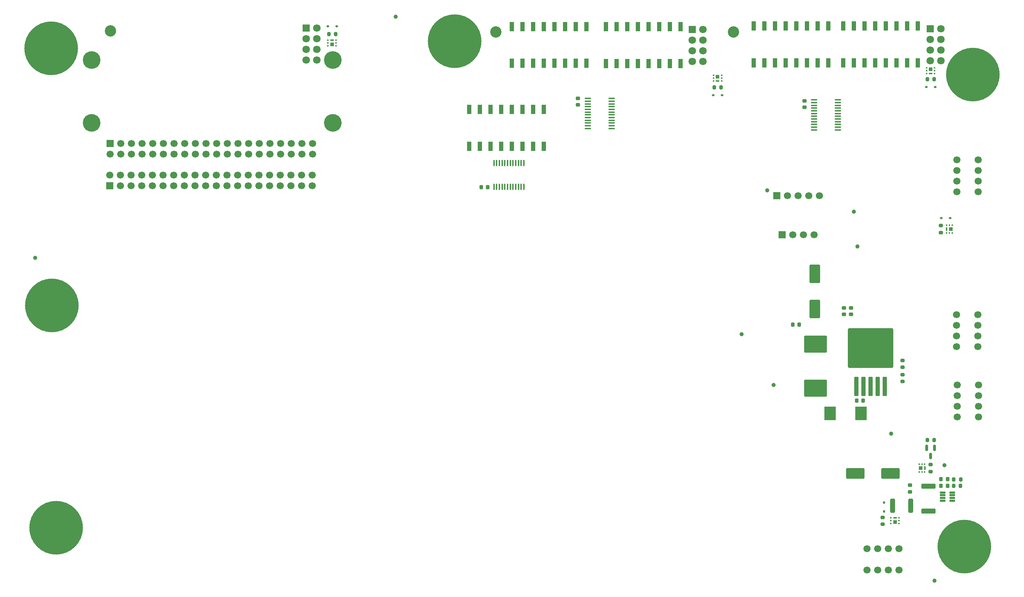
<source format=gbr>
%TF.GenerationSoftware,KiCad,Pcbnew,9.0.2*%
%TF.CreationDate,2025-09-02T22:06:01-05:00*%
%TF.ProjectId,MothBox,4d6f7468-426f-4782-9e6b-696361645f70,5.0.1*%
%TF.SameCoordinates,Original*%
%TF.FileFunction,Soldermask,Bot*%
%TF.FilePolarity,Negative*%
%FSLAX46Y46*%
G04 Gerber Fmt 4.6, Leading zero omitted, Abs format (unit mm)*
G04 Created by KiCad (PCBNEW 9.0.2) date 2025-09-02 22:06:01*
%MOMM*%
%LPD*%
G01*
G04 APERTURE LIST*
G04 Aperture macros list*
%AMRoundRect*
0 Rectangle with rounded corners*
0 $1 Rounding radius*
0 $2 $3 $4 $5 $6 $7 $8 $9 X,Y pos of 4 corners*
0 Add a 4 corners polygon primitive as box body*
4,1,4,$2,$3,$4,$5,$6,$7,$8,$9,$2,$3,0*
0 Add four circle primitives for the rounded corners*
1,1,$1+$1,$2,$3*
1,1,$1+$1,$4,$5*
1,1,$1+$1,$6,$7*
1,1,$1+$1,$8,$9*
0 Add four rect primitives between the rounded corners*
20,1,$1+$1,$2,$3,$4,$5,0*
20,1,$1+$1,$4,$5,$6,$7,0*
20,1,$1+$1,$6,$7,$8,$9,0*
20,1,$1+$1,$8,$9,$2,$3,0*%
G04 Aperture macros list end*
%ADD10C,1.800000*%
%ADD11R,1.800000X1.780000*%
%ADD12C,2.700000*%
%ADD13R,1.700000X1.700000*%
%ADD14C,1.700000*%
%ADD15C,1.000000*%
%ADD16C,12.800000*%
%ADD17RoundRect,0.225000X-0.225000X-0.250000X0.225000X-0.250000X0.225000X0.250000X-0.225000X0.250000X0*%
%ADD18R,0.400000X0.450000*%
%ADD19R,0.400000X0.910000*%
%ADD20R,0.810000X0.910000*%
%ADD21RoundRect,0.225000X0.250000X-0.225000X0.250000X0.225000X-0.250000X0.225000X-0.250000X-0.225000X0*%
%ADD22R,0.450000X0.400000*%
%ADD23R,0.910000X0.400000*%
%ADD24R,0.910000X0.810000*%
%ADD25R,1.100000X2.200000*%
%ADD26RoundRect,0.200000X-0.200000X-0.275000X0.200000X-0.275000X0.200000X0.275000X-0.200000X0.275000X0*%
%ADD27RoundRect,0.225000X0.225000X0.250000X-0.225000X0.250000X-0.225000X-0.250000X0.225000X-0.250000X0*%
%ADD28RoundRect,0.200000X0.275000X-0.200000X0.275000X0.200000X-0.275000X0.200000X-0.275000X-0.200000X0*%
%ADD29RoundRect,0.200000X-0.275000X0.200000X-0.275000X-0.200000X0.275000X-0.200000X0.275000X0.200000X0*%
%ADD30RoundRect,0.250000X1.000000X-1.950000X1.000000X1.950000X-1.000000X1.950000X-1.000000X-1.950000X0*%
%ADD31RoundRect,0.125000X-0.537500X-0.125000X0.537500X-0.125000X0.537500X0.125000X-0.537500X0.125000X0*%
%ADD32RoundRect,0.200000X0.200000X0.275000X-0.200000X0.275000X-0.200000X-0.275000X0.200000X-0.275000X0*%
%ADD33RoundRect,0.112500X0.187500X0.112500X-0.187500X0.112500X-0.187500X-0.112500X0.187500X-0.112500X0*%
%ADD34RoundRect,0.225000X-0.250000X0.225000X-0.250000X-0.225000X0.250000X-0.225000X0.250000X0.225000X0*%
%ADD35RoundRect,0.100000X-0.100000X0.637500X-0.100000X-0.637500X0.100000X-0.637500X0.100000X0.637500X0*%
%ADD36RoundRect,0.112500X-0.187500X-0.112500X0.187500X-0.112500X0.187500X0.112500X-0.187500X0.112500X0*%
%ADD37RoundRect,0.250000X-1.425000X0.362500X-1.425000X-0.362500X1.425000X-0.362500X1.425000X0.362500X0*%
%ADD38RoundRect,0.250000X0.300000X-2.050000X0.300000X2.050000X-0.300000X2.050000X-0.300000X-2.050000X0*%
%ADD39RoundRect,0.250002X5.149998X-4.449998X5.149998X4.449998X-5.149998X4.449998X-5.149998X-4.449998X0*%
%ADD40RoundRect,0.250000X1.950000X1.000000X-1.950000X1.000000X-1.950000X-1.000000X1.950000X-1.000000X0*%
%ADD41C,4.204000*%
%ADD42RoundRect,0.250000X2.500000X-1.750000X2.500000X1.750000X-2.500000X1.750000X-2.500000X-1.750000X0*%
%ADD43RoundRect,0.100000X0.637500X0.100000X-0.637500X0.100000X-0.637500X-0.100000X0.637500X-0.100000X0*%
%ADD44RoundRect,0.250000X-0.312500X-1.450000X0.312500X-1.450000X0.312500X1.450000X-0.312500X1.450000X0*%
%ADD45R,2.700000X3.300000*%
%ADD46RoundRect,0.150000X-0.150000X0.587500X-0.150000X-0.587500X0.150000X-0.587500X0.150000X0.587500X0*%
%ADD47RoundRect,0.112500X-0.112500X0.187500X-0.112500X-0.187500X0.112500X-0.187500X0.112500X0.187500X0*%
G04 APERTURE END LIST*
D10*
%TO.C,H10*%
X90652741Y23341259D03*
X88112741Y23341259D03*
X90652741Y25881259D03*
X88112741Y25881259D03*
X90652741Y28421259D03*
X88112741Y28421259D03*
X90652741Y30961259D03*
D11*
X88112741Y30961259D03*
%TD*%
D12*
%TO.C,H11*%
X97950000Y30434329D03*
%TD*%
%TO.C,H12*%
X41312246Y30390888D03*
%TD*%
D10*
%TO.C,H9*%
X-1328653Y23708822D03*
X-3868653Y23708822D03*
X-1328653Y26248822D03*
X-3868653Y26248822D03*
X-1328653Y28788822D03*
X-3868653Y28788822D03*
X-1328653Y31328822D03*
D11*
X-3868653Y31328822D03*
%TD*%
D12*
%TO.C,H13*%
X-50491416Y30695323D03*
%TD*%
D11*
%TO.C,H8*%
X144905704Y31194664D03*
D10*
X147445704Y31194664D03*
X144905704Y28654664D03*
X147445704Y28654664D03*
X144905704Y26114664D03*
X147445704Y26114664D03*
X144905704Y23574664D03*
X147445704Y23574664D03*
%TD*%
D13*
%TO.C,U5*%
X-50718039Y-6264401D03*
D14*
X-50718039Y-3724401D03*
X-48178039Y-6264401D03*
X-48178039Y-3724401D03*
X-45638040Y-6264401D03*
X-45638039Y-3724401D03*
X-43098039Y-6264401D03*
X-43098039Y-3724401D03*
X-40558039Y-6264401D03*
X-40558039Y-3724401D03*
X-38018039Y-6264401D03*
X-38018039Y-3724401D03*
X-35478039Y-6264401D03*
X-35478039Y-3724401D03*
X-32938038Y-6264401D03*
X-32938039Y-3724401D03*
X-30398039Y-6264401D03*
X-30398039Y-3724401D03*
X-27858039Y-6264401D03*
X-27858039Y-3724401D03*
X-25318039Y-6264401D03*
X-25318039Y-3724401D03*
X-22778040Y-6264401D03*
X-22778039Y-3724401D03*
X-20238039Y-6264401D03*
X-20238039Y-3724401D03*
X-17698039Y-6264401D03*
X-17698039Y-3724401D03*
X-15158039Y-6264401D03*
X-15158039Y-3724401D03*
X-12618040Y-6264401D03*
X-12618039Y-3724401D03*
X-10078038Y-6264401D03*
X-10078039Y-3724401D03*
X-7538039Y-6264401D03*
X-7538039Y-3724401D03*
X-4998039Y-6264401D03*
X-4998039Y-3724401D03*
X-2458039Y-6264401D03*
X-2458039Y-3724401D03*
%TD*%
D15*
%TO.C,TP9*%
X-68464146Y-23412198D03*
%TD*%
D16*
%TO.C,H3*%
X31500000Y28234329D03*
%TD*%
D15*
%TO.C,TP4*%
X106050000Y-7315671D03*
%TD*%
D16*
%TO.C,H6*%
X-63500000Y-87765671D03*
%TD*%
D15*
%TO.C,TP6*%
X127553023Y-20717506D03*
%TD*%
D16*
%TO.C,H7*%
X153000000Y-92265671D03*
%TD*%
D15*
%TO.C,TP3*%
X126650000Y-12465671D03*
%TD*%
D16*
%TO.C,H4*%
X-64650000Y26484329D03*
%TD*%
D15*
%TO.C,TP2*%
X148255896Y-72855265D03*
%TD*%
D16*
%TO.C,H5*%
X-64500000Y-34765671D03*
%TD*%
D15*
%TO.C,TP8*%
X17493355Y34028628D03*
%TD*%
%TO.C,TP7*%
X99936231Y-41660628D03*
%TD*%
D16*
%TO.C,H2*%
X155000000Y20234329D03*
%TD*%
D15*
%TO.C,TP10*%
X145900974Y-100408922D03*
%TD*%
%TO.C,TP5*%
X135601460Y-65346231D03*
%TD*%
D17*
%TO.C,C3*%
X127357488Y-57502279D03*
X128907488Y-57502279D03*
%TD*%
D18*
%TO.C,Q8*%
X142247388Y-72618816D03*
X142907388Y-72618816D03*
X143557388Y-72618816D03*
X143557388Y-74518816D03*
X142907388Y-74518816D03*
X142247388Y-74518816D03*
D19*
X143607388Y-73568816D03*
D20*
X142577388Y-73568816D03*
%TD*%
D14*
%TO.C,J4*%
X156346928Y-87434D03*
X151266928Y-87434D03*
X156346928Y-2627434D03*
X151266928Y-2627434D03*
X156346928Y-5167434D03*
X151266928Y-5167434D03*
X156346928Y-7707434D03*
X151266928Y-7707434D03*
%TD*%
D21*
%TO.C,C7*%
X60878043Y13039262D03*
X60878043Y14589262D03*
%TD*%
D22*
%TO.C,Q5*%
X145935345Y21845836D03*
X145935345Y21185837D03*
X145935345Y20535836D03*
X144035345Y20535836D03*
X144035345Y21185837D03*
X144035345Y21845836D03*
D23*
X144985345Y20485835D03*
D24*
X144985345Y21515835D03*
%TD*%
D25*
%TO.C,U10*%
X67620269Y31661347D03*
X70160269Y31661347D03*
X72700269Y31661347D03*
X75240269Y31661347D03*
X77780269Y31661347D03*
X80320269Y31661347D03*
X82860269Y31661347D03*
X85400269Y31661347D03*
X85400269Y22861347D03*
X82860269Y22861347D03*
X80320269Y22861347D03*
X77780269Y22861347D03*
X75240269Y22861347D03*
X72700269Y22861347D03*
X70160269Y22861347D03*
X67620269Y22861347D03*
%TD*%
D17*
%TO.C,C8*%
X147436785Y-76230587D03*
X148986785Y-76230587D03*
%TD*%
D26*
%TO.C,R1*%
X144172236Y-66907640D03*
X145822236Y-66907640D03*
%TD*%
D13*
%TO.C,U7*%
X-50630000Y3786829D03*
D14*
X-50630000Y1246829D03*
X-48090000Y3786829D03*
X-48090000Y1246829D03*
X-45550000Y3786829D03*
X-45550000Y1246829D03*
X-43010000Y3786829D03*
X-43010000Y1246829D03*
X-40470000Y3786829D03*
X-40470000Y1246829D03*
X-37930000Y3786829D03*
X-37930000Y1246829D03*
X-35390000Y3786829D03*
X-35390000Y1246829D03*
X-32850000Y3786829D03*
X-32850000Y1246829D03*
X-30310000Y3786829D03*
X-30310000Y1246829D03*
X-27770000Y3786829D03*
X-27770000Y1246829D03*
X-25230000Y3786829D03*
X-25230000Y1246829D03*
X-22690000Y3786829D03*
X-22690000Y1246829D03*
X-20150000Y3786829D03*
X-20150000Y1246829D03*
X-17610000Y3786829D03*
X-17610000Y1246829D03*
X-15070000Y3786829D03*
X-15070000Y1246829D03*
X-12530000Y3786829D03*
X-12530000Y1246829D03*
X-9990000Y3786829D03*
X-9990000Y1246829D03*
X-7450000Y3786829D03*
X-7450000Y1246829D03*
X-4910000Y3786829D03*
X-4910000Y1246829D03*
X-2370000Y3786829D03*
X-2370000Y1246829D03*
%TD*%
D25*
%TO.C,U11*%
X45114196Y31717094D03*
X47654196Y31717094D03*
X50194196Y31717094D03*
X52734196Y31717094D03*
X55274196Y31717094D03*
X57814196Y31717094D03*
X60354196Y31717094D03*
X62894196Y31717094D03*
X62894196Y22917094D03*
X60354196Y22917094D03*
X57814196Y22917094D03*
X55274196Y22917094D03*
X52734196Y22917094D03*
X50194196Y22917094D03*
X47654196Y22917094D03*
X45114196Y22917094D03*
%TD*%
D27*
%TO.C,C5*%
X113669692Y-39385151D03*
X112119692Y-39385151D03*
%TD*%
D28*
%TO.C,R30*%
X144990804Y-74407782D03*
X144990804Y-72757782D03*
%TD*%
D14*
%TO.C,J3*%
X156365063Y-53772549D03*
X151285063Y-53772549D03*
X156365063Y-56312549D03*
X151285063Y-56312549D03*
X156365063Y-58852549D03*
X151285063Y-58852549D03*
X156365063Y-61392549D03*
X151285063Y-61392549D03*
%TD*%
D29*
%TO.C,R3*%
X138281560Y-51278023D03*
X138281560Y-52928023D03*
%TD*%
D30*
%TO.C,C4*%
X117376024Y-35669855D03*
X117376024Y-27269857D03*
%TD*%
D31*
%TO.C,U3*%
X147849285Y-81334964D03*
X147849285Y-80684964D03*
X147849285Y-80034964D03*
X147849285Y-79384964D03*
X150124285Y-79384964D03*
X150124285Y-80034964D03*
X150124285Y-80684964D03*
X150124285Y-81334964D03*
%TD*%
D25*
%TO.C,U13*%
X124149407Y31827904D03*
X126689407Y31827904D03*
X129229407Y31827904D03*
X131769407Y31827904D03*
X134309407Y31827904D03*
X136849407Y31827904D03*
X139389407Y31827904D03*
X141929407Y31827904D03*
X141929407Y23027904D03*
X139389407Y23027904D03*
X136849407Y23027904D03*
X134309407Y23027904D03*
X131769407Y23027904D03*
X129229407Y23027904D03*
X126689407Y23027904D03*
X124149407Y23027904D03*
%TD*%
D22*
%TO.C,Q6*%
X1316975Y27136442D03*
X1316975Y27796441D03*
X1316975Y28446442D03*
X3216975Y28446442D03*
X3216975Y27796441D03*
X3216975Y27136442D03*
D23*
X2266975Y28496443D03*
D24*
X2266975Y27466443D03*
%TD*%
D14*
%TO.C,U8*%
X118449183Y-8635751D03*
X115909183Y-8635751D03*
X113369183Y-8635751D03*
X110829183Y-8635751D03*
D13*
X108289183Y-8635751D03*
%TD*%
D25*
%TO.C,U12*%
X34960000Y11934329D03*
X37500000Y11934329D03*
X40040000Y11934329D03*
X42580000Y11934329D03*
X45120000Y11934329D03*
X47660000Y11934329D03*
X50200000Y11934329D03*
X52740000Y11934329D03*
X52740000Y3134329D03*
X50200000Y3134329D03*
X47660000Y3134329D03*
X45120000Y3134329D03*
X42580000Y3134329D03*
X40040000Y3134329D03*
X37500000Y3134329D03*
X34960000Y3134329D03*
%TD*%
D32*
%TO.C,R6*%
X152148549Y-76252891D03*
X150498549Y-76252891D03*
%TD*%
D17*
%TO.C,C6*%
X147452793Y-77824792D03*
X149002793Y-77824792D03*
%TD*%
D22*
%TO.C,Q1*%
X135507039Y-86744580D03*
X135507039Y-86084581D03*
X135507039Y-85434580D03*
X137407039Y-85434580D03*
X137407039Y-86084581D03*
X137407039Y-86744580D03*
D23*
X136457039Y-85384579D03*
D24*
X136457039Y-86414579D03*
%TD*%
D33*
%TO.C,D2*%
X95290631Y15315408D03*
X93190631Y15315408D03*
%TD*%
D17*
%TO.C,C12*%
X37825000Y-6565671D03*
X39375000Y-6565671D03*
%TD*%
D28*
%TO.C,R19*%
X147451743Y-17402589D03*
X147451743Y-15752589D03*
%TD*%
D26*
%TO.C,R31*%
X1502486Y29887631D03*
X3152486Y29887631D03*
%TD*%
D34*
%TO.C,C2*%
X140089962Y-77656207D03*
X140089962Y-79206207D03*
%TD*%
D14*
%TO.C,J2*%
X137399926Y-97842457D03*
X137399926Y-92762457D03*
X134859926Y-97842457D03*
X134859926Y-92762457D03*
X132319926Y-97842457D03*
X132319926Y-92762457D03*
X129779926Y-97842457D03*
X129779926Y-92762457D03*
%TD*%
D35*
%TO.C,U9*%
X40875000Y-803171D03*
X41525000Y-803171D03*
X42175000Y-803171D03*
X42825000Y-803171D03*
X43475000Y-803171D03*
X44125000Y-803171D03*
X44775000Y-803171D03*
X45425000Y-803171D03*
X46075000Y-803171D03*
X46725000Y-803171D03*
X47375000Y-803171D03*
X48025000Y-803171D03*
X48025000Y-6528171D03*
X47375000Y-6528171D03*
X46725000Y-6528171D03*
X46075000Y-6528171D03*
X45425000Y-6528171D03*
X44775000Y-6528171D03*
X44125000Y-6528171D03*
X43475000Y-6528171D03*
X42825000Y-6528171D03*
X42175000Y-6528171D03*
X41525000Y-6528171D03*
X40875000Y-6528171D03*
%TD*%
D32*
%TO.C,R5*%
X152113358Y-77836522D03*
X150463358Y-77836522D03*
%TD*%
D36*
%TO.C,D7*%
X1271999Y31795411D03*
X3371999Y31795411D03*
%TD*%
D37*
%TO.C,R4*%
X144486785Y-77897464D03*
X144486785Y-83822464D03*
%TD*%
D38*
%TO.C,U2*%
X134068823Y-54096765D03*
X132368823Y-54096764D03*
X130668823Y-54096765D03*
D39*
X130668823Y-44946765D03*
D38*
X128968823Y-54096764D03*
X127268823Y-54096765D03*
%TD*%
D25*
%TO.C,U14*%
X102791331Y31808325D03*
X105331331Y31808325D03*
X107871331Y31808325D03*
X110411331Y31808325D03*
X112951331Y31808325D03*
X115491331Y31808325D03*
X118031331Y31808325D03*
X120571331Y31808325D03*
X120571331Y23008325D03*
X118031331Y23008325D03*
X115491331Y23008325D03*
X112951331Y23008325D03*
X110411331Y23008325D03*
X107871331Y23008325D03*
X105331331Y23008325D03*
X102791331Y23008325D03*
%TD*%
D21*
%TO.C,C9*%
X114900894Y12436737D03*
X114900894Y13986737D03*
%TD*%
D40*
%TO.C,C1*%
X135426553Y-74816187D03*
X127026555Y-74816187D03*
%TD*%
D41*
%TO.C,U6*%
X-55000000Y8734329D03*
X2500000Y8734329D03*
X-55000000Y23734329D03*
X2500000Y23734329D03*
%TD*%
D33*
%TO.C,D6*%
X146068131Y17305572D03*
X143968131Y17305572D03*
%TD*%
D32*
%TO.C,R21*%
X95042779Y17234749D03*
X93392779Y17234749D03*
%TD*%
D14*
%TO.C,J1*%
X156199512Y-37008831D03*
X151119512Y-37008831D03*
X156199512Y-39548831D03*
X151119512Y-39548831D03*
X156199512Y-42088831D03*
X151119512Y-42088831D03*
X156199512Y-44628831D03*
X151119512Y-44628831D03*
%TD*%
D21*
%TO.C,C10*%
X126004478Y-36896806D03*
X126004478Y-35346806D03*
%TD*%
D42*
%TO.C,L1*%
X117500000Y-54515671D03*
X117500000Y-44015671D03*
%TD*%
D43*
%TO.C,U15*%
X68944400Y14545847D03*
X68944400Y13895847D03*
X68944400Y13245847D03*
X68944400Y12595847D03*
X68944400Y11945847D03*
X68944400Y11295847D03*
X68944400Y10645847D03*
X68944400Y9995847D03*
X68944400Y9345847D03*
X68944400Y8695847D03*
X68944400Y8045847D03*
X68944400Y7395847D03*
X63219400Y7395847D03*
X63219400Y8045847D03*
X63219400Y8695847D03*
X63219400Y9345847D03*
X63219400Y9995847D03*
X63219400Y10645847D03*
X63219400Y11295847D03*
X63219400Y11945847D03*
X63219400Y12595847D03*
X63219400Y13245847D03*
X63219400Y13895847D03*
X63219400Y14545847D03*
%TD*%
D14*
%TO.C,H1*%
X117180000Y-17915671D03*
X114639999Y-17915671D03*
X112100000Y-17915671D03*
D13*
X109560000Y-17915671D03*
%TD*%
D15*
%TO.C,TP1*%
X107553901Y-53721293D03*
%TD*%
D44*
%TO.C,F2*%
X135930240Y-82525135D03*
X140205240Y-82525135D03*
%TD*%
D45*
%TO.C,E1*%
X120990818Y-60558075D03*
X128370818Y-60558075D03*
%TD*%
D29*
%TO.C,R2*%
X138286900Y-47879206D03*
X138286900Y-49529206D03*
%TD*%
D18*
%TO.C,Q4*%
X150111304Y-17552329D03*
X149451305Y-17552329D03*
X148801304Y-17552329D03*
X148801304Y-15652329D03*
X149451305Y-15652329D03*
X150111304Y-15652329D03*
D19*
X148751303Y-16602329D03*
D20*
X149781303Y-16602329D03*
%TD*%
D33*
%TO.C,D5*%
X149615542Y-13922949D03*
X147515542Y-13922949D03*
%TD*%
D32*
%TO.C,R27*%
X145826837Y19157061D03*
X144176837Y19157061D03*
%TD*%
D29*
%TO.C,R29*%
X133559738Y-85310805D03*
X133559738Y-86960805D03*
%TD*%
D21*
%TO.C,C11*%
X124268479Y-36911037D03*
X124268479Y-35361037D03*
%TD*%
D43*
%TO.C,U16*%
X122887844Y14218757D03*
X122887844Y13568757D03*
X122887844Y12918757D03*
X122887844Y12268757D03*
X122887844Y11618757D03*
X122887844Y10968757D03*
X122887844Y10318757D03*
X122887844Y9668757D03*
X122887844Y9018757D03*
X122887844Y8368757D03*
X122887844Y7718757D03*
X122887844Y7068757D03*
X117162844Y7068757D03*
X117162844Y7718757D03*
X117162844Y8368757D03*
X117162844Y9018757D03*
X117162844Y9668757D03*
X117162844Y10318757D03*
X117162844Y10968757D03*
X117162844Y11618757D03*
X117162844Y12268757D03*
X117162844Y12918757D03*
X117162844Y13568757D03*
X117162844Y14218757D03*
%TD*%
D46*
%TO.C,Q2*%
X144022070Y-68772097D03*
X145922070Y-68772097D03*
X144972070Y-70647098D03*
%TD*%
D47*
%TO.C,D1*%
X133854845Y-81819132D03*
X133854845Y-83919132D03*
%TD*%
D22*
%TO.C,Q9*%
X95155957Y20048514D03*
X95155957Y19388515D03*
X95155957Y18738514D03*
X93255957Y18738514D03*
X93255957Y19388515D03*
X93255957Y20048514D03*
D23*
X94205957Y18688513D03*
D24*
X94205957Y19718513D03*
%TD*%
M02*

</source>
